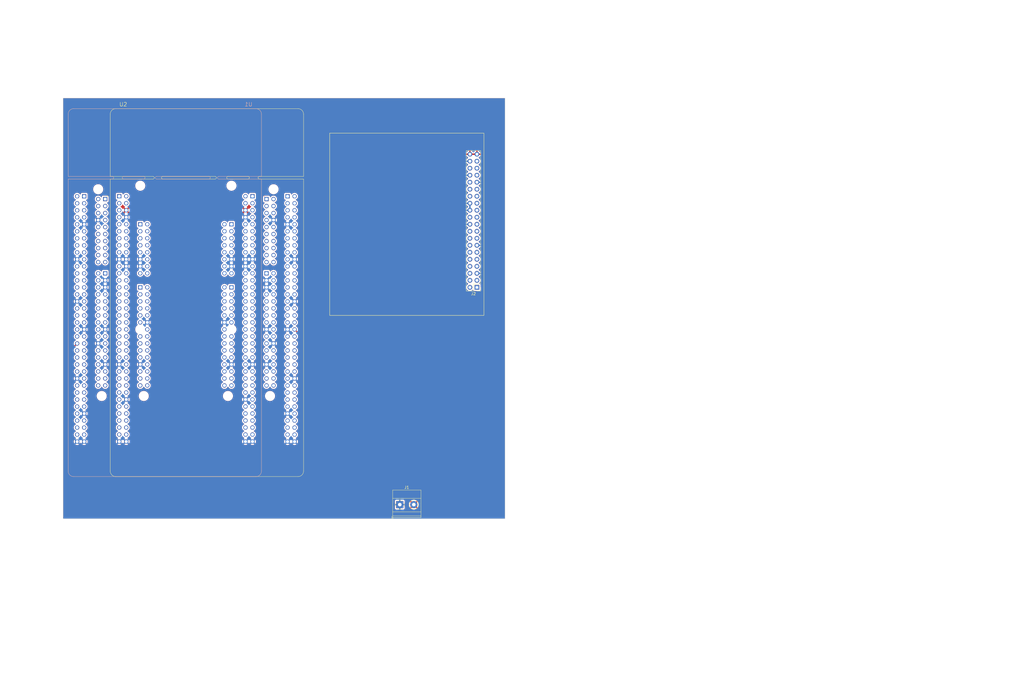
<source format=kicad_pcb>
(kicad_pcb (version 20221018) (generator pcbnew)
  (layers (0 "F.Cu" signal) (31 "B.Cu" signal) (34 "B.Paste" user) (35 "F.Paste" user) (36 "B.SilkS" user "B.Silkscreen") (37 "F.SilkS" user "F.Silkscreen") (38 "B.Mask" user) (39 "F.Mask" user) (44 "Edge.Cuts" user))
  (net 0 "")
  (net 1 "GND")
  (net 2 "+5V")
  (net 249 "/TSC Side Sheet/D_TX")
  (footprint "TerminalBlock_Phoenix:TerminalBlock_Phoenix_MKDS-1,5-2-5.08_1x02_P5.08mm_Horizontal" (layer "F.Cu") (at 124.46 160.02)
    (fp_text reference "J1")
    (fp_text value "Screw_Terminal_01x02")
  )
  (footprint "Connector_PinHeader_2.54mm:PinHeader_2x20_P2.54mm_Vertical" (layer "F.Cu") (at 152.4 81.28 180)
    (fp_text reference "J2")
    (fp_text value "SIM7600 Dev Board")
  )
  (footprint "Local footprints:MODULE_NUCLEO-F429ZI" (layer "F.Cu") (at 54.61 83.19)
    (fp_text reference "U2")
    (fp_text value "NUCLEO-F429ZI")
  )
  (footprint "Local footprints:MODULE_NUCLEO-F429ZI" (layer "B.Cu") (at 39.37 83.19 180)
    (fp_text reference "U1")
    (fp_text value "NUCLEO-F429ZI")
  )
  (gr_rect (start 99.06 25.4) (end 154.94 91.44) (stroke (width 0.15)) (fill none) (layer "F.SilkS"))
  (gr_rect (start 2.54 12.7) (end 162.56 165.1) (stroke (width 0.1)) (fill none) (layer "Edge.Cuts"))
  (segment (start 86.36 144.78) (end 88.9 142.24) (width 0.4) (layer "F.Cu") (net 249))
  (segment (start 5.1 104.14) (end 5.08 104.14) (width 0.4) (layer "F.Cu") (net 249))
  (segment (start 5.08 137.16) (end 5.08 142.24) (width 0.4) (layer "F.Cu") (net 249))
  (segment (start 7.62 144.78) (end 86.36 144.78) (width 0.4) (layer "F.Cu") (net 249))
  (segment (start 5.08 142.24) (end 7.62 144.78) (width 0.4) (layer "F.Cu") (net 249))
  (segment (start 88.9 142.24) (end 88.9 99.06) (width 0.4) (layer "F.Cu") (net 249))
  (segment (start 7.62 101.62) (end 5.1 104.14) (width 0.4) (layer "F.Cu") (net 249))
  (segment (start 88.9 99.06) (end 86.36 96.52) (width 0.4) (layer "F.Cu") (net 249))
  (segment (start 5.08 104.14) (end 5.08 137.16) (width 0.4) (layer "F.Cu") (net 249))
  (zone (net 2) (net_name "+5V") (layer "F.Cu") (connect_pads (clearance 0.5)) (min_thickness 0.25) (fill yes (thermal_gap 0.5) (thermal_bridge_width 0.5))
    (polygon (pts (xy -5.08 -10.16) (xy -5.08 218.44) (xy 304.8 218.44) (xy 304.8 -10.16)))
  )
  (zone (net 1) (net_name "GND") (layer "B.Cu") (priority 1) (connect_pads (clearance 0.5)) (min_thickness 0.25) (fill yes (thermal_gap 0.5) (thermal_bridge_width 0.5))
    (polygon (pts (xy 350.52 -22.86) (xy -20.32 -22.86) (xy -20.32 228.6) (xy 350.52 228.6)))
  )
)
</source>
